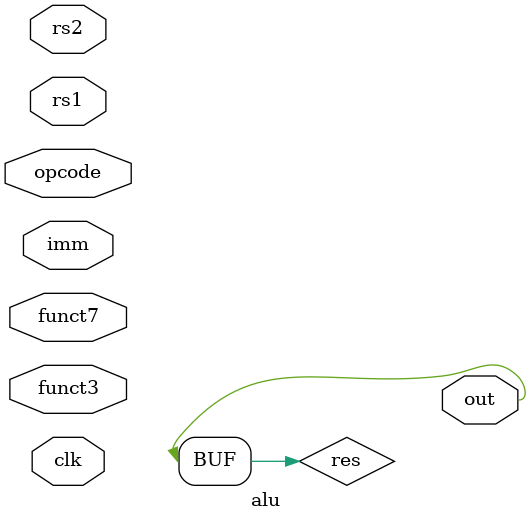
<source format=v>
module alu(
	input clk,
	input funct3,
	input funct7,
	input rs1,
	input rs2,
	input opcode,
	input imm,
	output out
);

always @(posedge clk) 
	begin
		if (!rst)
			begin
				funt3 <= 32'b0;
				funt7 <= 32'b0;
			end
	end

assign out = res;

endmodule
</source>
